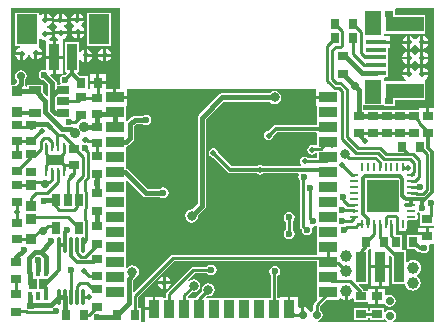
<source format=gtl>
G04 Layer_Physical_Order=1*
G04 Layer_Color=255*
%FSAX44Y44*%
%MOMM*%
G71*
G01*
G75*
%ADD10R,0.9000X0.7000*%
%ADD11R,0.9000X0.8000*%
%ADD12R,0.9200X0.8200*%
%ADD13R,0.7000X0.9000*%
%ADD14R,0.3500X0.6500*%
%ADD15R,0.7200X0.8600*%
%ADD16R,1.4500X2.0000*%
%ADD17R,1.8000X0.4500*%
%ADD18R,3.2500X1.3000*%
%ADD19R,0.7000X0.5500*%
%ADD20O,0.8000X0.2500*%
%ADD21O,0.2500X0.8000*%
%ADD22R,2.7000X2.7000*%
%ADD23R,1.5000X0.9000*%
%ADD24R,1.5000X0.9500*%
%ADD25R,0.9500X1.5000*%
%ADD26R,0.8000X0.9000*%
%ADD27O,0.3500X1.4000*%
%ADD28R,0.8500X2.2000*%
%ADD29R,1.7000X2.5000*%
%ADD30R,0.9000X2.6000*%
%ADD31R,1.1000X0.6500*%
%ADD32R,1.6000X0.8900*%
%ADD33R,0.2500X0.8000*%
%ADD34R,0.6500X1.1000*%
%ADD35C,0.2540*%
%ADD36C,0.3000*%
%ADD37C,0.4000*%
%ADD38C,0.3500*%
%ADD39O,1.3000X0.8000*%
%ADD40O,1.2000X0.8000*%
%ADD41C,0.9000*%
%ADD42C,0.5000*%
%ADD43C,0.6000*%
%ADD44C,1.0000*%
%ADD45C,0.7000*%
%ADD46C,0.8000*%
G36*
X01139212Y00813641D02*
X01139540Y00813576D01*
Y00803124D01*
X01150874D01*
Y00801624D01*
X01146790D01*
Y00794624D01*
X01144290D01*
Y00801624D01*
X01138040D01*
Y00795686D01*
X01128736D01*
Y00783686D01*
X01135410D01*
X01137027Y00782069D01*
X01138019Y00781406D01*
X01139190Y00781173D01*
X01139190Y00781173D01*
X01139458D01*
X01139502Y00781108D01*
X01140990Y00780113D01*
X01142746Y00779764D01*
X01144502Y00780113D01*
X01145990Y00781108D01*
X01146985Y00782596D01*
X01147334Y00784352D01*
X01146985Y00786108D01*
X01146820Y00786354D01*
X01147499Y00787624D01*
X01150874D01*
Y00721614D01*
X01116967D01*
X01116581Y00722884D01*
X01117649Y00723597D01*
X01118754Y00725251D01*
X01119142Y00727202D01*
X01118754Y00729153D01*
X01117649Y00730807D01*
X01115995Y00731912D01*
X01114044Y00732300D01*
X01112093Y00731912D01*
X01110439Y00730807D01*
X01109884Y00729976D01*
X01108614Y00730361D01*
Y00733338D01*
X01096614D01*
Y00731162D01*
X01095152D01*
Y00733338D01*
X01083152D01*
Y00723338D01*
X01095152D01*
Y00725514D01*
X01096614D01*
Y00723338D01*
X01108614D01*
Y00724043D01*
X01109884Y00724428D01*
X01110439Y00723597D01*
X01111507Y00722884D01*
X01111121Y00721614D01*
X01053306D01*
X01053181Y00722884D01*
X01053765Y00723000D01*
X01055419Y00724105D01*
X01056524Y00725759D01*
X01056912Y00727710D01*
X01056524Y00729661D01*
X01055419Y00731315D01*
X01054638Y00731836D01*
Y00734874D01*
X01060304Y00740540D01*
X01070546D01*
Y00741521D01*
X01071816Y00742147D01*
X01072925Y00741296D01*
X01074872Y00740490D01*
X01075710Y00740379D01*
Y00748284D01*
X01078210D01*
Y00740379D01*
X01079048Y00740490D01*
X01080994Y00741296D01*
X01081882Y00741977D01*
X01083152Y00741351D01*
Y00738338D01*
X01095114D01*
Y00736838D01*
X01101364D01*
Y00743338D01*
Y00749838D01*
X01095114D01*
Y00748338D01*
X01091643D01*
X01091149Y00749078D01*
X01087296Y00752931D01*
X01087782Y00754104D01*
X01095660D01*
Y00783104D01*
X01096689Y00783686D01*
X01098162D01*
Y00769854D01*
X01113162D01*
Y00777630D01*
X01114335Y00778116D01*
X01115664Y00776787D01*
Y00754104D01*
X01126895D01*
X01127015Y00753191D01*
X01127670Y00751610D01*
X01128712Y00750252D01*
X01130070Y00749210D01*
X01131651Y00748555D01*
X01133348Y00748332D01*
X01135045Y00748555D01*
X01136626Y00749210D01*
X01137984Y00750252D01*
X01139026Y00751610D01*
X01139681Y00753191D01*
X01139904Y00754888D01*
X01139681Y00756585D01*
X01139026Y00758166D01*
X01137984Y00759524D01*
X01136740Y00760478D01*
X01136681Y00761001D01*
X01136789Y00761873D01*
X01136880Y00761910D01*
X01138238Y00762952D01*
X01139280Y00764310D01*
X01139935Y00765891D01*
X01140158Y00767588D01*
X01139935Y00769285D01*
X01139280Y00770866D01*
X01138238Y00772224D01*
X01136880Y00773266D01*
X01135299Y00773921D01*
X01133602Y00774144D01*
X01131905Y00773921D01*
X01130324Y00773266D01*
X01128966Y00772224D01*
X01128934Y00772182D01*
X01127664Y00772613D01*
Y00783104D01*
X01124765D01*
X01123736Y00783686D01*
Y00795686D01*
X01119090D01*
X01118912Y00796235D01*
X01118944Y00796268D01*
Y00804298D01*
X01121444D01*
Y00797463D01*
X01121852Y00797545D01*
X01123258Y00798484D01*
X01123743Y00799210D01*
X01124121Y00798958D01*
X01125194Y00798744D01*
X01126267Y00798958D01*
X01127177Y00799565D01*
X01127784Y00800475D01*
X01127998Y00801548D01*
Y00807048D01*
X01127969Y00807193D01*
X01129049Y00808273D01*
X01129194Y00808244D01*
X01134694D01*
X01135767Y00808458D01*
X01136677Y00809065D01*
X01137284Y00809975D01*
X01137498Y00811048D01*
X01137284Y00812121D01*
X01136904Y00812690D01*
X01136762Y00813548D01*
X01136817Y00813880D01*
X01138001Y00814451D01*
X01139212Y00813641D01*
D02*
G37*
G36*
X01150874Y00906018D02*
Y00903000D01*
X01147298D01*
Y00896000D01*
X01144798D01*
Y00903000D01*
X01138548D01*
Y00901500D01*
X01128364D01*
Y00901500D01*
X01091197D01*
Y00905202D01*
X01108496D01*
Y00904452D01*
X01118496D01*
Y00909702D01*
X01143996D01*
Y00925702D01*
X01143839D01*
X01143454Y00926972D01*
X01144933Y00927961D01*
X01146149Y00929780D01*
X01146327Y00930676D01*
X01140968D01*
Y00931926D01*
X01139718D01*
Y00937285D01*
X01138822Y00937107D01*
X01137003Y00935891D01*
X01136086Y00934519D01*
X01136070Y00934513D01*
X01134689D01*
X01134674Y00934519D01*
X01133757Y00935891D01*
X01131938Y00937107D01*
X01131042Y00937285D01*
Y00931926D01*
X01129792D01*
Y00930676D01*
X01124433D01*
X01124611Y00929780D01*
X01125827Y00927961D01*
X01127306Y00926972D01*
X01126921Y00925702D01*
X01108496D01*
Y00928202D01*
X01109455Y00928952D01*
X01112246D01*
Y00935452D01*
Y00941952D01*
Y00953452D01*
X01113746D01*
Y00957452D01*
X01101746D01*
Y00959952D01*
X01113746D01*
Y00963952D01*
X01108496D01*
Y00965702D01*
X01143996D01*
Y00981702D01*
X01118496D01*
Y00986952D01*
X01119412Y00987806D01*
X01150874D01*
Y00906018D01*
D02*
G37*
G36*
X00885444Y00919390D02*
X00882296D01*
Y00913140D01*
X00891546D01*
Y00918718D01*
X01051046D01*
Y00913140D01*
X01061546D01*
Y00910640D01*
X01051046D01*
Y00904390D01*
X01052546D01*
Y00893760D01*
X01052546Y00892840D01*
X01052546Y00891920D01*
Y00888503D01*
X01017016D01*
X01017016Y00888503D01*
X01015845Y00888270D01*
X01014853Y00887607D01*
X01014853Y00887607D01*
X01010865Y00883619D01*
X01009613Y00883370D01*
X01008290Y00882486D01*
X01007406Y00881163D01*
X01007096Y00879602D01*
X01007406Y00878041D01*
X01008290Y00876718D01*
X01009613Y00875834D01*
X01011174Y00875524D01*
X01012735Y00875834D01*
X01014058Y00876718D01*
X01014942Y00878041D01*
X01015191Y00879293D01*
X01018283Y00882385D01*
X01051648D01*
X01052546Y00881487D01*
X01052546Y00880490D01*
X01052546Y00879220D01*
Y00871434D01*
X01049204D01*
X01048740Y00871342D01*
X01048004Y00871488D01*
X01046443Y00871178D01*
X01045120Y00870294D01*
X01044236Y00868971D01*
X01043926Y00867410D01*
X01044236Y00865849D01*
X01045120Y00864526D01*
X01046443Y00863642D01*
X01048004Y00863332D01*
X01049565Y00863642D01*
X01050888Y00864526D01*
X01051276Y00865107D01*
X01052546Y00864722D01*
Y00860836D01*
X01044578D01*
X01044538Y00860896D01*
X01043215Y00861780D01*
X01041654Y00862090D01*
X01040093Y00861780D01*
X01038770Y00860896D01*
X01037886Y00859573D01*
X01037576Y00858012D01*
X01037886Y00856451D01*
X01038770Y00855128D01*
X01039000Y00854975D01*
X01038615Y00853705D01*
X01006684D01*
X01005623Y00854414D01*
X01004062Y00854724D01*
X01002501Y00854414D01*
X01001440Y00853705D01*
X00979929D01*
X00968455Y00865179D01*
X00968206Y00866431D01*
X00967322Y00867754D01*
X00965999Y00868638D01*
X00964438Y00868948D01*
X00962877Y00868638D01*
X00961554Y00867754D01*
X00960670Y00866431D01*
X00960360Y00864870D01*
X00960670Y00863309D01*
X00961554Y00861986D01*
X00962877Y00861102D01*
X00964129Y00860853D01*
X00976499Y00848483D01*
X00976499Y00848483D01*
X00977492Y00847820D01*
X00978662Y00847587D01*
X00978662Y00847587D01*
X01001440D01*
X01002501Y00846878D01*
X01004062Y00846568D01*
X01005623Y00846878D01*
X01006684Y00847587D01*
X01036152D01*
X01036830Y00846317D01*
X01036653Y00846052D01*
X01036304Y00844296D01*
X01036653Y00842540D01*
X01037648Y00841052D01*
X01037886Y00840893D01*
Y00802568D01*
X01037886Y00802568D01*
X01038101Y00801487D01*
X01038713Y00800571D01*
X01039196Y00800088D01*
X01039098Y00799592D01*
X01039447Y00797836D01*
X01040442Y00796348D01*
X01041930Y00795353D01*
X01043686Y00795004D01*
X01045442Y00795353D01*
X01046930Y00796348D01*
X01047925Y00797836D01*
X01048274Y00799592D01*
X01047957Y00801185D01*
X01048206Y00801716D01*
X01048739Y00802415D01*
X01050268Y00802719D01*
X01051276Y00803393D01*
X01052546Y00802784D01*
Y00792410D01*
X01052546Y00791340D01*
X01052546Y00790070D01*
Y00778794D01*
X00929970D01*
X00928889Y00778579D01*
X00927973Y00777967D01*
X00897552Y00747546D01*
X00896379Y00748032D01*
Y00756832D01*
X00898381Y00758835D01*
X00899012Y00759779D01*
X00899823Y00760321D01*
X00901039Y00762140D01*
X00901466Y00764286D01*
X00901039Y00766432D01*
X00899823Y00768251D01*
X00898004Y00769467D01*
X00895858Y00769894D01*
X00893712Y00769467D01*
X00891893Y00768251D01*
X00891316Y00767388D01*
X00890046Y00767773D01*
Y00778440D01*
X00890046D01*
Y00778640D01*
X00890046D01*
Y00790070D01*
X00890046Y00791140D01*
X00890046Y00792410D01*
Y00802770D01*
X00890046Y00803840D01*
X00890046Y00805110D01*
Y00815470D01*
X00890046Y00816540D01*
X00890046Y00817810D01*
Y00828170D01*
X00890046Y00829240D01*
X00890046Y00830510D01*
X00890046Y00841233D01*
X00891316Y00841759D01*
X00904511Y00828565D01*
X00905668Y00827791D01*
X00907034Y00827519D01*
X00919261D01*
X00920264Y00826849D01*
X00922020Y00826500D01*
X00923776Y00826849D01*
X00925264Y00827844D01*
X00926259Y00829332D01*
X00926608Y00831088D01*
X00926259Y00832844D01*
X00925264Y00834332D01*
X00923776Y00835327D01*
X00922020Y00835676D01*
X00920264Y00835327D01*
X00919261Y00834657D01*
X00908512D01*
X00892255Y00850913D01*
X00891098Y00851687D01*
X00890046Y00851896D01*
X00890046Y00854640D01*
X00890046Y00855910D01*
Y00867340D01*
X00890046D01*
Y00867540D01*
X00890046D01*
Y00870221D01*
X00890300D01*
X00891666Y00870493D01*
X00892823Y00871267D01*
X00896349Y00874793D01*
X00897123Y00875950D01*
X00897395Y00877316D01*
Y00887522D01*
X00899114Y00889241D01*
X00904529D01*
X00905532Y00888571D01*
X00907288Y00888222D01*
X00909044Y00888571D01*
X00910532Y00889566D01*
X00911527Y00891054D01*
X00911876Y00892810D01*
X00911527Y00894566D01*
X00910532Y00896054D01*
X00909044Y00897049D01*
X00907288Y00897398D01*
X00905532Y00897049D01*
X00904529Y00896379D01*
X00897636D01*
X00896270Y00896107D01*
X00895113Y00895333D01*
X00891316Y00891537D01*
X00891259Y00891538D01*
X00890961Y00891634D01*
X00890046Y00892490D01*
Y00893190D01*
X00890046D01*
Y00904390D01*
X00891546D01*
Y00910640D01*
X00881046D01*
Y00911890D01*
X00879796D01*
Y00919390D01*
X00873536D01*
Y00923056D01*
X00866536D01*
X00859536D01*
Y00918748D01*
X00858036D01*
Y00930306D01*
X00850862D01*
X00848907Y00932261D01*
X00849433Y00933531D01*
X00850415D01*
Y00943943D01*
X00851685Y00944328D01*
X00852269Y00943455D01*
X00854088Y00942239D01*
X00854984Y00942061D01*
Y00947420D01*
Y00952779D01*
X00854088Y00952601D01*
X00852269Y00951385D01*
X00851685Y00950512D01*
X00850415Y00950897D01*
Y00958531D01*
X00838915D01*
Y00933531D01*
X00839916D01*
X00840402Y00932358D01*
X00839181Y00931137D01*
X00838962Y00931180D01*
X00837206Y00930831D01*
X00835718Y00929836D01*
X00834723Y00928348D01*
X00834374Y00926592D01*
X00834723Y00924836D01*
X00835230Y00924078D01*
X00834551Y00922808D01*
X00831609D01*
Y00924052D01*
X00831337Y00925418D01*
X00830563Y00926575D01*
X00826378Y00930761D01*
X00826904Y00932031D01*
X00828415D01*
Y00944781D01*
X00822415D01*
Y00936254D01*
X00821433Y00935448D01*
X00821182Y00935498D01*
X00819426Y00935149D01*
X00817938Y00934154D01*
X00816943Y00932666D01*
X00816594Y00930910D01*
X00816943Y00929154D01*
X00817938Y00927666D01*
X00819426Y00926671D01*
X00820610Y00926436D01*
X00824471Y00922574D01*
Y00913675D01*
X00823201Y00913149D01*
X00820246Y00916105D01*
Y00922808D01*
X00806246D01*
Y00921027D01*
X00805379Y00920878D01*
X00804684Y00922012D01*
X00804939Y00923290D01*
Y00926265D01*
X00804975Y00926289D01*
X00806080Y00927943D01*
X00806468Y00929894D01*
X00806080Y00931845D01*
X00804975Y00933499D01*
X00803321Y00934604D01*
X00801370Y00934992D01*
X00799419Y00934604D01*
X00797765Y00933499D01*
X00796660Y00931845D01*
X00796272Y00929894D01*
X00796660Y00927943D01*
X00797765Y00926289D01*
X00797801Y00926265D01*
Y00924768D01*
X00795799Y00922765D01*
X00795691Y00922604D01*
X00792734D01*
Y00987806D01*
X00885444D01*
Y00919390D01*
D02*
G37*
G36*
X01052546Y00765940D02*
X01052546Y00765940D01*
Y00765740D01*
X01052546D01*
X01052546Y00764670D01*
Y00754310D01*
X01052546Y00753240D01*
X01052546D01*
Y00753040D01*
X01052546D01*
Y00740770D01*
X01049817Y00738041D01*
X01049205Y00737125D01*
X01048990Y00736044D01*
X01048990Y00736044D01*
Y00731836D01*
X01048209Y00731315D01*
X01047492Y00730241D01*
X01046059Y00730382D01*
X01045808Y00730988D01*
X01044766Y00732346D01*
X01043408Y00733388D01*
X01041827Y00734043D01*
X01041380Y00734101D01*
Y00727710D01*
X01038880D01*
Y00734101D01*
X01038433Y00734043D01*
X01037466Y00733642D01*
X01036196Y00734391D01*
Y00743290D01*
X01029696D01*
Y00732790D01*
X01027196D01*
Y00743290D01*
X01020696D01*
Y00741790D01*
X01018570D01*
Y00760506D01*
X01019752Y00761296D01*
X01020747Y00762784D01*
X01021096Y00764540D01*
X01020747Y00766296D01*
X01019752Y00767784D01*
X01018264Y00768779D01*
X01016508Y00769128D01*
X01014752Y00768779D01*
X01013264Y00767784D01*
X01012269Y00766296D01*
X01011920Y00764540D01*
X01012269Y00762784D01*
X01012922Y00761807D01*
Y00742688D01*
X01012024Y00741790D01*
X01009496Y00741790D01*
X01008226Y00741790D01*
X00997866D01*
X00996796Y00741790D01*
X00995526Y00741790D01*
X00985166D01*
X00984096Y00741790D01*
X00982826Y00741790D01*
X00972466D01*
X00971396Y00741790D01*
X00970126Y00741790D01*
X00958831Y00741790D01*
X00958326Y00742990D01*
X00958953Y00743670D01*
X00960120Y00743438D01*
X00962266Y00743865D01*
X00964085Y00745081D01*
X00965301Y00746900D01*
X00965728Y00749046D01*
X00965301Y00751192D01*
X00964085Y00753011D01*
X00962266Y00754227D01*
X00960120Y00754654D01*
X00957974Y00754227D01*
X00956155Y00753011D01*
X00954939Y00751192D01*
X00954512Y00749046D01*
X00954780Y00747700D01*
X00950433Y00743353D01*
X00949821Y00742437D01*
X00949692Y00741790D01*
X00945996Y00741790D01*
X00944726Y00741790D01*
X00942554D01*
Y00743310D01*
X00946404Y00747160D01*
X00947750Y00746892D01*
X00949896Y00747319D01*
X00951715Y00748535D01*
X00952931Y00750354D01*
X00953358Y00752500D01*
X00952931Y00754646D01*
X00951715Y00756465D01*
X00949896Y00757681D01*
X00947750Y00758108D01*
X00945604Y00757681D01*
X00944028Y00756628D01*
X00943219Y00757614D01*
X00948590Y00762986D01*
X00959135D01*
X00959416Y00762566D01*
X00960904Y00761571D01*
X00962660Y00761222D01*
X00964416Y00761571D01*
X00965904Y00762566D01*
X00966899Y00764054D01*
X00967248Y00765810D01*
X00966899Y00767566D01*
X00965904Y00769054D01*
X00964416Y00770049D01*
X00962660Y00770398D01*
X00960904Y00770049D01*
X00959416Y00769054D01*
X00959135Y00768634D01*
X00947420D01*
X00947420Y00768634D01*
X00946339Y00768419D01*
X00945423Y00767807D01*
X00924849Y00747233D01*
X00924237Y00746317D01*
X00924022Y00745236D01*
X00924022Y00745236D01*
Y00741790D01*
X00921896D01*
Y00743290D01*
X00915396D01*
Y00732790D01*
X00914146D01*
Y00731540D01*
X00906396D01*
Y00722884D01*
X00906396Y00722290D01*
X00905406Y00721614D01*
X00904000D01*
X00902770Y00721710D01*
Y00733710D01*
X00900594D01*
Y00742600D01*
X00931140Y00773146D01*
X01052546D01*
Y00765940D01*
D02*
G37*
%LPC*%
G36*
X01113162Y00767354D02*
X01106912D01*
Y00752604D01*
X01113162D01*
Y00767354D01*
D02*
G37*
G36*
X01104412D02*
X01098162D01*
Y00752604D01*
X01104412D01*
Y00767354D01*
D02*
G37*
G36*
X01110114Y00749838D02*
X01103864D01*
Y00743338D01*
Y00736838D01*
X01109400D01*
X01109931Y00736043D01*
X01111585Y00734938D01*
X01113536Y00734550D01*
X01115487Y00734938D01*
X01117141Y00736043D01*
X01118246Y00737697D01*
X01118634Y00739648D01*
X01118246Y00741599D01*
X01117141Y00743253D01*
X01115487Y00744358D01*
X01113536Y00744746D01*
X01111585Y00744358D01*
X01111234Y00744123D01*
X01110114Y00744722D01*
Y00749838D01*
D02*
G37*
G36*
X01142218Y00937285D02*
Y00933176D01*
X01146327D01*
X01146149Y00934072D01*
X01144933Y00935891D01*
X01143114Y00937107D01*
X01142218Y00937285D01*
D02*
G37*
G36*
X01128542D02*
X01127646Y00937107D01*
X01125827Y00935891D01*
X01124611Y00934072D01*
X01124433Y00933176D01*
X01128542D01*
Y00937285D01*
D02*
G37*
G36*
Y00944011D02*
X01124433D01*
X01124611Y00943115D01*
X01125827Y00941296D01*
X01127646Y00940080D01*
X01128542Y00939902D01*
Y00944011D01*
D02*
G37*
G36*
X01146327D02*
X01142218D01*
Y00939902D01*
X01143114Y00940080D01*
X01144933Y00941296D01*
X01146149Y00943115D01*
X01146327Y00944011D01*
D02*
G37*
G36*
X01128542Y00963955D02*
X01127646Y00963777D01*
X01125827Y00962561D01*
X01124611Y00960742D01*
X01124433Y00959846D01*
X01128542D01*
Y00963955D01*
D02*
G37*
G36*
X01142218D02*
Y00959846D01*
X01146327D01*
X01146149Y00960742D01*
X01144933Y00962561D01*
X01143114Y00963777D01*
X01142218Y00963955D01*
D02*
G37*
G36*
X01139718D02*
X01138822Y00963777D01*
X01137003Y00962561D01*
X01136086Y00961189D01*
X01136070Y00961183D01*
X01134689D01*
X01134674Y00961189D01*
X01133757Y00962561D01*
X01131938Y00963777D01*
X01131042Y00963955D01*
Y00958596D01*
Y00953237D01*
X01131938Y00953415D01*
X01133757Y00954631D01*
X01134674Y00956003D01*
X01134689Y00956009D01*
X01136070D01*
X01136086Y00956003D01*
X01137003Y00954631D01*
X01138822Y00953415D01*
X01139718Y00953237D01*
Y00958596D01*
Y00963955D01*
D02*
G37*
G36*
Y00950620D02*
X01138822Y00950442D01*
X01137003Y00949226D01*
X01136086Y00947854D01*
X01136070Y00947848D01*
X01134689D01*
X01134674Y00947854D01*
X01133757Y00949226D01*
X01131938Y00950442D01*
X01131042Y00950620D01*
Y00945261D01*
Y00939902D01*
X01131938Y00940080D01*
X01133757Y00941296D01*
X01134674Y00942668D01*
X01134689Y00942674D01*
X01136070D01*
X01136086Y00942668D01*
X01137003Y00941296D01*
X01138822Y00940080D01*
X01139718Y00939902D01*
Y00945261D01*
Y00950620D01*
D02*
G37*
G36*
X01128542D02*
X01127646Y00950442D01*
X01125827Y00949226D01*
X01124611Y00947407D01*
X01124433Y00946511D01*
X01128542D01*
Y00950620D01*
D02*
G37*
G36*
X01142218D02*
Y00946511D01*
X01146327D01*
X01146149Y00947407D01*
X01144933Y00949226D01*
X01143114Y00950442D01*
X01142218Y00950620D01*
D02*
G37*
G36*
X01128542Y00957346D02*
X01124433D01*
X01124611Y00956450D01*
X01125827Y00954631D01*
X01127646Y00953415D01*
X01128542Y00953237D01*
Y00957346D01*
D02*
G37*
G36*
X01146327D02*
X01142218D01*
Y00953237D01*
X01143114Y00953415D01*
X01144933Y00954631D01*
X01146149Y00956450D01*
X01146327Y00957346D01*
D02*
G37*
G36*
X00873536Y00931806D02*
X00867786D01*
Y00925556D01*
X00873536D01*
Y00931806D01*
D02*
G37*
G36*
X00836915Y00944781D02*
X00830915D01*
Y00932031D01*
X00836915D01*
Y00944781D01*
D02*
G37*
G36*
X00870986Y00946424D02*
X00866877D01*
X00867055Y00945528D01*
X00868271Y00943709D01*
X00870090Y00942493D01*
X00870986Y00942315D01*
Y00946424D01*
D02*
G37*
G36*
X00877595D02*
X00873486D01*
Y00942315D01*
X00874382Y00942493D01*
X00876201Y00943709D01*
X00877417Y00945528D01*
X00877595Y00946424D01*
D02*
G37*
G36*
X00861593Y00946170D02*
X00857484D01*
Y00942061D01*
X00858380Y00942239D01*
X00860199Y00943455D01*
X00861415Y00945274D01*
X00861593Y00946170D01*
D02*
G37*
G36*
X00865286Y00931806D02*
X00859536D01*
Y00925556D01*
X00865286D01*
Y00931806D01*
D02*
G37*
G36*
X01016254Y00917468D02*
X01014108Y00917041D01*
X01012289Y00915825D01*
X01012024Y00915429D01*
X00971804D01*
X00970438Y00915157D01*
X00969281Y00914383D01*
X00952263Y00897365D01*
X00951489Y00896208D01*
X00951217Y00894842D01*
Y00821764D01*
X00946498Y00817045D01*
X00946030Y00817138D01*
X00943884Y00816711D01*
X00942065Y00815495D01*
X00940849Y00813676D01*
X00940422Y00811530D01*
X00940849Y00809384D01*
X00942065Y00807565D01*
X00943884Y00806349D01*
X00946030Y00805922D01*
X00948176Y00806349D01*
X00949995Y00807565D01*
X00951211Y00809384D01*
X00951638Y00811530D01*
X00951545Y00811998D01*
X00957309Y00817763D01*
X00958083Y00818920D01*
X00958355Y00820286D01*
Y00893364D01*
X00973282Y00908291D01*
X01012024D01*
X01012289Y00907895D01*
X01014108Y00906679D01*
X01016254Y00906252D01*
X01018400Y00906679D01*
X01020219Y00907895D01*
X01021435Y00909714D01*
X01021862Y00911860D01*
X01021435Y00914006D01*
X01020219Y00915825D01*
X01018400Y00917041D01*
X01016254Y00917468D01*
D02*
G37*
G36*
X01028700Y00814848D02*
X01026944Y00814499D01*
X01025456Y00813504D01*
X01024461Y00812016D01*
X01024112Y00810260D01*
X01024461Y00808504D01*
X01025456Y00807016D01*
X01025876Y00806735D01*
Y00800069D01*
X01025456Y00799788D01*
X01024461Y00798300D01*
X01024112Y00796544D01*
X01024461Y00794788D01*
X01025456Y00793300D01*
X01026944Y00792305D01*
X01028700Y00791956D01*
X01030456Y00792305D01*
X01031944Y00793300D01*
X01032939Y00794788D01*
X01033288Y00796544D01*
X01032939Y00798300D01*
X01031944Y00799788D01*
X01031524Y00800069D01*
Y00806735D01*
X01031944Y00807016D01*
X01032939Y00808504D01*
X01033288Y00810260D01*
X01032939Y00812016D01*
X01031944Y00813504D01*
X01030456Y00814499D01*
X01028700Y00814848D01*
D02*
G37*
G36*
X00800882Y00947694D02*
X00796773D01*
X00796951Y00946798D01*
X00798167Y00944979D01*
X00799986Y00943763D01*
X00800882Y00943585D01*
Y00947694D01*
D02*
G37*
G36*
X00848634Y00965982D02*
X00844525D01*
X00844703Y00965086D01*
X00845919Y00963267D01*
X00847738Y00962051D01*
X00848634Y00961873D01*
Y00965982D01*
D02*
G37*
G36*
X00855243D02*
X00851134D01*
Y00961873D01*
X00852030Y00962051D01*
X00853849Y00963267D01*
X00855065Y00965086D01*
X00855243Y00965982D01*
D02*
G37*
G36*
X00840257Y00976142D02*
X00829539D01*
X00829717Y00975246D01*
X00830933Y00973427D01*
X00832282Y00972525D01*
X00832403Y00971158D01*
X00832369Y00971056D01*
X00831441Y00970435D01*
X00830225Y00968616D01*
X00830047Y00967720D01*
X00840765D01*
X00840587Y00968616D01*
X00839371Y00970435D01*
X00838022Y00971337D01*
X00837901Y00972704D01*
X00837935Y00972806D01*
X00838863Y00973427D01*
X00840079Y00975246D01*
X00840257Y00976142D01*
D02*
G37*
G36*
X00823448Y00983005D02*
Y00978896D01*
X00827557D01*
X00827379Y00979792D01*
X00826163Y00981611D01*
X00824344Y00982827D01*
X00823448Y00983005D01*
D02*
G37*
G36*
X00847872D02*
X00846976Y00982827D01*
X00845157Y00981611D01*
X00843941Y00979792D01*
X00843763Y00978896D01*
X00847872D01*
Y00983005D01*
D02*
G37*
G36*
X00850372D02*
Y00978896D01*
X00854481D01*
X00854303Y00979792D01*
X00853087Y00981611D01*
X00851268Y00982827D01*
X00850372Y00983005D01*
D02*
G37*
G36*
X00854481Y00976396D02*
X00843763D01*
X00843941Y00975500D01*
X00845157Y00973681D01*
X00846253Y00972948D01*
Y00971421D01*
X00845919Y00971197D01*
X00844703Y00969378D01*
X00844525Y00968482D01*
X00855243D01*
X00855065Y00969378D01*
X00853849Y00971197D01*
X00852753Y00971930D01*
Y00973457D01*
X00853087Y00973681D01*
X00854303Y00975500D01*
X00854481Y00976396D01*
D02*
G37*
G36*
X00833648Y00982751D02*
X00832752Y00982573D01*
X00830933Y00981357D01*
X00829717Y00979538D01*
X00829539Y00978642D01*
X00833648D01*
Y00982751D01*
D02*
G37*
G36*
X00836148D02*
Y00978642D01*
X00840257D01*
X00840079Y00979538D01*
X00838863Y00981357D01*
X00837044Y00982573D01*
X00836148Y00982751D01*
D02*
G37*
G36*
X00816775Y00983637D02*
X00796775D01*
Y00955637D01*
X00801078D01*
X00801203Y00954367D01*
X00799986Y00954125D01*
X00798167Y00952909D01*
X00796951Y00951090D01*
X00796773Y00950194D01*
X00802132D01*
Y00948944D01*
X00803382D01*
Y00943585D01*
X00804278Y00943763D01*
X00806097Y00944979D01*
X00807313Y00946798D01*
X00807504Y00947759D01*
X00808799D01*
X00808889Y00947306D01*
X00810105Y00945487D01*
X00811924Y00944271D01*
X00812820Y00944093D01*
Y00949452D01*
X00814070D01*
Y00950702D01*
X00819429D01*
X00819251Y00951598D01*
X00818035Y00953417D01*
X00816614Y00954367D01*
X00816775Y00955637D01*
X00816775Y00955718D01*
Y00961638D01*
X00818045Y00962024D01*
X00818233Y00961743D01*
X00820052Y00960527D01*
X00821252Y00960288D01*
X00822202Y00960078D01*
X00822415Y00958861D01*
Y00947281D01*
X00828415D01*
Y00960031D01*
X00825887D01*
X00825502Y00961301D01*
X00826163Y00961743D01*
X00827379Y00963562D01*
X00827557Y00964458D01*
X00822198D01*
Y00966958D01*
X00827557D01*
X00827379Y00967854D01*
X00826163Y00969673D01*
X00824344Y00970889D01*
X00823637Y00971030D01*
Y00972324D01*
X00824344Y00972465D01*
X00826163Y00973681D01*
X00827379Y00975500D01*
X00827557Y00976396D01*
X00822198D01*
Y00977646D01*
X00820948D01*
Y00983005D01*
X00820052Y00982827D01*
X00818233Y00981611D01*
X00818045Y00981330D01*
X00816775Y00981715D01*
Y00983637D01*
D02*
G37*
G36*
X00840765Y00965220D02*
X00830047D01*
X00830225Y00964324D01*
X00831441Y00962505D01*
X00833260Y00961289D01*
X00833075Y00960031D01*
X00830915D01*
Y00947281D01*
X00836915D01*
Y00959867D01*
X00836915Y00960031D01*
X00837141Y00961207D01*
X00837552Y00961289D01*
X00839371Y00962505D01*
X00840587Y00964324D01*
X00840765Y00965220D01*
D02*
G37*
G36*
X00819429Y00948202D02*
X00815320D01*
Y00944093D01*
X00816216Y00944271D01*
X00818035Y00945487D01*
X00819251Y00947306D01*
X00819429Y00948202D01*
D02*
G37*
G36*
X00877593Y00983637D02*
X00857593D01*
Y00955637D01*
X00877593D01*
Y00983637D01*
D02*
G37*
G36*
X00857484Y00952779D02*
Y00948670D01*
X00861593D01*
X00861415Y00949566D01*
X00860199Y00951385D01*
X00858380Y00952601D01*
X00857484Y00952779D01*
D02*
G37*
G36*
X00870986Y00953033D02*
X00870090Y00952855D01*
X00868271Y00951639D01*
X00867055Y00949820D01*
X00866877Y00948924D01*
X00870986D01*
Y00953033D01*
D02*
G37*
G36*
X00873486D02*
Y00948924D01*
X00877595D01*
X00877417Y00949820D01*
X00876201Y00951639D01*
X00874382Y00952855D01*
X00873486Y00953033D01*
D02*
G37*
G36*
X00921532Y00760247D02*
X00920636Y00760069D01*
X00918817Y00758853D01*
X00917601Y00757034D01*
X00917423Y00756138D01*
X00921532D01*
Y00760247D01*
D02*
G37*
G36*
Y00753638D02*
X00917423D01*
X00917601Y00752742D01*
X00918817Y00750923D01*
X00920636Y00749707D01*
X00921532Y00749529D01*
Y00753638D01*
D02*
G37*
G36*
X00928141D02*
X00924032D01*
Y00749529D01*
X00924928Y00749707D01*
X00926747Y00750923D01*
X00927963Y00752742D01*
X00928141Y00753638D01*
D02*
G37*
G36*
X00912896Y00743290D02*
X00906396D01*
Y00734040D01*
X00912896D01*
Y00743290D01*
D02*
G37*
G36*
X00924032Y00760247D02*
Y00756138D01*
X00928141D01*
X00927963Y00757034D01*
X00926747Y00758853D01*
X00924928Y00760069D01*
X00924032Y00760247D01*
D02*
G37*
%LPD*%
D10*
X01102614Y00743338D02*
D03*
Y00728338D02*
D03*
X01089152Y00728338D02*
D03*
Y00743338D02*
D03*
X00810006Y00863988D02*
D03*
Y00848988D02*
D03*
X00797560Y00745116D02*
D03*
Y00730116D02*
D03*
X00797560Y00757802D02*
D03*
Y00772802D02*
D03*
X00866140Y00775342D02*
D03*
Y00760342D02*
D03*
X00852170Y00912248D02*
D03*
Y00897248D02*
D03*
X00865886Y00788028D02*
D03*
Y00803028D02*
D03*
X00866140Y00734688D02*
D03*
Y00749688D02*
D03*
X00865886Y00862210D02*
D03*
Y00847210D02*
D03*
X00865886Y00815968D02*
D03*
Y00830968D02*
D03*
X01073912Y00931792D02*
D03*
Y00946792D02*
D03*
D11*
X00810006Y00874634D02*
D03*
Y00888634D02*
D03*
X00798068Y00874634D02*
D03*
Y00888634D02*
D03*
X00798068Y00863488D02*
D03*
Y00849488D02*
D03*
X00798068Y00805718D02*
D03*
Y00791718D02*
D03*
X00798068Y00823580D02*
D03*
Y00837580D02*
D03*
X01146048Y00882000D02*
D03*
Y00896000D02*
D03*
X01134364Y00882000D02*
D03*
Y00896000D02*
D03*
X01122680Y00896000D02*
D03*
Y00882000D02*
D03*
X00865886Y00873110D02*
D03*
Y00887110D02*
D03*
X01145540Y00794624D02*
D03*
Y00808624D02*
D03*
X00865886Y00911748D02*
D03*
Y00897748D02*
D03*
X01110996Y00896000D02*
D03*
Y00882000D02*
D03*
X01099312Y00896000D02*
D03*
Y00882000D02*
D03*
X01087628Y00896000D02*
D03*
Y00882000D02*
D03*
X00846582Y00868568D02*
D03*
Y00854568D02*
D03*
D12*
X00810260Y00791718D02*
D03*
Y00809118D02*
D03*
Y00837756D02*
D03*
Y00820356D02*
D03*
X00798322Y00899604D02*
D03*
Y00917004D02*
D03*
D13*
X00854590Y00727456D02*
D03*
X00839590D02*
D03*
X00897770Y00727710D02*
D03*
X00882770D02*
D03*
X01124070Y00870204D02*
D03*
X01139070D02*
D03*
X01133736Y00789686D02*
D03*
X01118736D02*
D03*
X01082308Y00974090D02*
D03*
X01067308D02*
D03*
X01082428Y00961898D02*
D03*
X01067428D02*
D03*
X01108590Y00789686D02*
D03*
X01093590D02*
D03*
D14*
X00809348Y00743672D02*
D03*
X00815848D02*
D03*
X00822348D02*
D03*
X00809348Y00764072D02*
D03*
X00815848D02*
D03*
X00822348D02*
D03*
D15*
X00811276Y00753872D02*
D03*
X00820420D02*
D03*
D16*
X01099746Y00974702D02*
D03*
Y00916702D02*
D03*
D17*
X01101746Y00932702D02*
D03*
Y00939202D02*
D03*
Y00945702D02*
D03*
Y00952202D02*
D03*
Y00958702D02*
D03*
D18*
X01126246Y00973702D02*
D03*
Y00917702D02*
D03*
D19*
X01113496Y00982702D02*
D03*
Y00908702D02*
D03*
D20*
X01131944Y00811048D02*
D03*
Y00816048D02*
D03*
Y00821048D02*
D03*
Y00826048D02*
D03*
Y00831048D02*
D03*
Y00836048D02*
D03*
Y00841048D02*
D03*
Y00846048D02*
D03*
X01083444D02*
D03*
Y00841048D02*
D03*
Y00836048D02*
D03*
Y00831048D02*
D03*
Y00826048D02*
D03*
Y00821048D02*
D03*
Y00816048D02*
D03*
Y00811048D02*
D03*
D21*
X01125194Y00852798D02*
D03*
X01120194D02*
D03*
X01115194D02*
D03*
X01110194D02*
D03*
X01105194D02*
D03*
X01100194D02*
D03*
X01095194D02*
D03*
X01090194D02*
D03*
Y00804298D02*
D03*
X01095194D02*
D03*
X01100194D02*
D03*
X01105194D02*
D03*
X01110194D02*
D03*
X01115194D02*
D03*
X01120194D02*
D03*
X01125194D02*
D03*
D22*
X01107694Y00828548D02*
D03*
D23*
X01061546Y00911890D02*
D03*
Y00899190D02*
D03*
Y00886490D02*
D03*
X00881046D02*
D03*
Y00899190D02*
D03*
Y00911890D02*
D03*
D24*
X01061546Y00873790D02*
D03*
Y00861090D02*
D03*
Y00848390D02*
D03*
Y00835690D02*
D03*
Y00822990D02*
D03*
Y00810290D02*
D03*
Y00797590D02*
D03*
Y00784890D02*
D03*
Y00772190D02*
D03*
Y00759490D02*
D03*
Y00746790D02*
D03*
X00881046D02*
D03*
Y00759490D02*
D03*
Y00772190D02*
D03*
Y00784890D02*
D03*
Y00797590D02*
D03*
Y00810290D02*
D03*
Y00822990D02*
D03*
Y00835690D02*
D03*
Y00848390D02*
D03*
Y00861090D02*
D03*
Y00873790D02*
D03*
D25*
X01028446Y00732790D02*
D03*
X01015746D02*
D03*
X01003046D02*
D03*
X00990346D02*
D03*
X00977646D02*
D03*
X00964946D02*
D03*
X00952246D02*
D03*
X00939546D02*
D03*
X00926846D02*
D03*
X00914146D02*
D03*
D26*
X00852536Y00924306D02*
D03*
X00866536D02*
D03*
D27*
X00853788Y00786794D02*
D03*
X00848788D02*
D03*
X00843788D02*
D03*
X00838788D02*
D03*
X00833788D02*
D03*
X00853788Y00742794D02*
D03*
X00848788D02*
D03*
X00843788D02*
D03*
X00838788D02*
D03*
X00833788D02*
D03*
D28*
X00829665Y00946031D02*
D03*
X00844665D02*
D03*
D29*
X00806775Y00969637D02*
D03*
X00867593D02*
D03*
D30*
X01089660Y00768604D02*
D03*
X01105662D02*
D03*
X01121664D02*
D03*
D31*
X00837246Y00899058D02*
D03*
Y00908558D02*
D03*
Y00918058D02*
D03*
X00813246D02*
D03*
Y00899058D02*
D03*
D32*
X00830072Y00859282D02*
D03*
D33*
X00822572Y00848832D02*
D03*
X00827572D02*
D03*
X00832572D02*
D03*
X00837572D02*
D03*
X00822572Y00869732D02*
D03*
X00827572D02*
D03*
X00832572D02*
D03*
X00837572D02*
D03*
D34*
X00850494Y00825054D02*
D03*
X00840994D02*
D03*
X00831494D02*
D03*
Y00801054D02*
D03*
X00850494D02*
D03*
D35*
X00865632Y00860686D02*
Y00871840D01*
X01121506Y00796956D02*
X01145540D01*
X00849750Y00908558D02*
X00853440Y00912248D01*
X00855980Y00877204D02*
X00858408Y00874776D01*
X00837826Y00864496D02*
Y00871510D01*
X00822826Y00864242D02*
Y00871510D01*
X00829109Y00861060D02*
X00831543D01*
X00837826Y00854777D01*
X00822826D02*
X00829109Y00861060D01*
X00827826Y00842368D02*
Y00850610D01*
X00812514Y00840010D02*
X00825468D01*
X00848716Y00819252D02*
Y00840459D01*
X00829716Y00821284D02*
Y00825054D01*
X00798068Y00887110D02*
X00810006D01*
X00832826Y00839938D02*
Y00850610D01*
X00846582Y00868568D02*
Y00870712D01*
X00837438Y00879856D02*
X00846582Y00870712D01*
X00833270Y00879856D02*
X00837438D01*
X00847478Y00891286D02*
X00853440Y00897248D01*
X00858408Y00874776D02*
X00864220D01*
X00865886Y00873110D01*
X00855980Y00876046D02*
Y00877204D01*
X00847456Y00891308D02*
X00847478Y00891286D01*
X00847434D02*
X00847456Y00891308D01*
X00841756Y00891286D02*
X00847434D01*
X00855726Y00868220D02*
X00857988Y00865958D01*
Y00844018D02*
Y00865958D01*
X00856514Y00791044D02*
Y00807701D01*
X00853534Y00788064D02*
X00856514Y00791044D01*
X00855726Y00808489D02*
Y00817619D01*
Y00808489D02*
X00856514Y00807701D01*
X00855726Y00832489D02*
Y00841756D01*
Y00832489D02*
X00856514Y00831701D01*
Y00818407D02*
Y00831701D01*
X00855726Y00817619D02*
X00856514Y00818407D01*
X00855726Y00841756D02*
X00857988Y00844018D01*
X00848788Y00742794D02*
Y00752522D01*
X00853944Y00742950D02*
X00858774D01*
X01080178Y00756054D02*
X01089152Y00747080D01*
Y00743338D02*
Y00747080D01*
X01064982Y00756054D02*
X01080178D01*
X01061546Y00759490D02*
X01064982Y00756054D01*
X01070102Y00771906D02*
X01076960Y00765048D01*
X01089152Y00728338D02*
X01102614D01*
X00952430Y00731960D02*
Y00741356D01*
X00939730Y00731960D02*
Y00744480D01*
X01040710Y00802568D02*
X01043686Y00799592D01*
X01075690Y00863854D02*
X01078993Y00860551D01*
X01101599D01*
X01105194Y00856956D01*
Y00852798D02*
Y00856956D01*
X01073404Y00876300D02*
X01085081Y00864623D01*
X01073404Y00876300D02*
Y00917069D01*
X01077468Y00877949D02*
X01086754Y00868663D01*
X01077468Y00877949D02*
Y00918718D01*
X01070739Y00919734D02*
X01073404Y00917069D01*
X01071880Y00924306D02*
X01077468Y00918718D01*
X01108580Y00860044D02*
X01131062D01*
X01104033Y00864591D02*
X01108580Y00860044D01*
X01110254Y00864084D02*
X01128800D01*
X01105707Y00868631D02*
X01110254Y00864084D01*
X01088604Y00864591D02*
X01104033D01*
X01090278Y00868631D02*
X01105707D01*
X01073658Y00854456D02*
X01082066Y00846048D01*
X01083444D01*
X01040710Y00802568D02*
Y00844114D01*
X01040892Y00844296D01*
X01041654Y00858012D02*
X01059482D01*
X01061730Y00860260D01*
X00812942Y00862472D02*
X00818388Y00867918D01*
X00810260Y00862472D02*
X00812942D01*
X00818388Y00867918D02*
Y00874776D01*
X00848788Y00752522D02*
X00851408Y00755142D01*
X00857250D01*
X00862704Y00749688D01*
X00866140D01*
X01078110Y00821048D02*
X01083444D01*
X01073912Y00825246D02*
X01078110Y00821048D01*
X01073912Y00825246D02*
Y00827278D01*
X01028700Y00796544D02*
Y00810260D01*
X01082628Y00816864D02*
X01083444Y00816048D01*
X01073658Y00816864D02*
X01082628D01*
X01046480Y00808990D02*
Y00834898D01*
Y00808990D02*
X01048512Y00806958D01*
X00859862Y00728576D02*
X00865974Y00734688D01*
X00866140D01*
X00859862Y00728410D02*
Y00728576D01*
X00859416Y00727964D02*
X00859862Y00728410D01*
X00806600Y00729814D02*
X00830144D01*
X00831088Y00730758D01*
X00797560Y00730116D02*
X00798202Y00730758D01*
X00805656D02*
X00806600Y00729814D01*
X00798202Y00730758D02*
X00805656D01*
X00843534Y00743048D02*
X00843788Y00742794D01*
X00843534Y00743048D02*
Y00765556D01*
X00797560Y00745116D02*
X00797560Y00745116D01*
Y00757802D01*
X00854590Y00727964D02*
X00859416D01*
X00826008Y00886968D02*
Y00887118D01*
X00817626Y00799084D02*
X00820420D01*
X00824422Y00803086D01*
X00810260Y00791718D02*
X00817626Y00799084D01*
X00824422Y00803086D02*
X00829716D01*
X00811910Y00810768D02*
X00841034D01*
X00833803Y00816530D02*
X00845994D01*
X00832180Y00818153D02*
X00833803Y00816530D01*
X00848534Y00779860D02*
Y00788064D01*
X00848788Y00780152D02*
X00851916Y00777024D01*
X00848788Y00780152D02*
Y00786794D01*
X00851916Y00777024D02*
X00855660D01*
X00865886Y00787250D02*
Y00788028D01*
X00855660Y00777024D02*
X00865886Y00787250D01*
X00823774Y00830886D02*
X00832826Y00839938D01*
X00814376Y00830886D02*
X00823774D01*
X00810260Y00826770D02*
X00814376Y00830886D01*
X00845994Y00816530D02*
X00848716Y00819252D01*
X00841034Y00810768D02*
X00848716Y00803086D01*
X00810260Y00809118D02*
X00811910Y00810768D01*
X00832180Y00818153D02*
Y00818820D01*
X00829716Y00821284D02*
X00832180Y00818820D01*
X00798068Y00791718D02*
X00810260D01*
X01028630Y00731960D02*
X01032880Y00727710D01*
X01040130D01*
X00939730Y00744480D02*
X00947750Y00752500D01*
X00952430Y00741356D02*
X00960120Y00749046D01*
X00866536Y00912398D02*
Y00924306D01*
X00865886Y00911748D02*
X00866536Y00912398D01*
X00853940Y00911748D02*
X00865886D01*
X00853440Y00912248D02*
X00853940Y00911748D01*
X01089406Y00949375D02*
X01093079Y00945702D01*
X01101746D01*
X01082428Y00948556D02*
X01091782Y00939202D01*
X01101746D01*
X01082308Y00974090D02*
X01089406Y00966992D01*
Y00949375D02*
Y00966992D01*
X01082428Y00948556D02*
Y00961898D01*
X01073698Y00956251D02*
Y00967700D01*
X01067308Y00974090D02*
X01073698Y00967700D01*
X01060958Y00955428D02*
X01067428Y00961898D01*
X01072075Y00954628D02*
X01073698Y00956251D01*
X01064998Y00951714D02*
X01067912Y00954628D01*
X01072075D01*
X01122680Y00896000D02*
X01122680Y00896000D01*
X01064998Y00927503D02*
X01068195Y00924306D01*
X01071880D01*
X01060958Y00925830D02*
Y00955428D01*
X01064998Y00927503D02*
Y00951714D01*
X01060958Y00925830D02*
X01067054Y00919734D01*
X01070739D01*
X01061546Y00873790D02*
X01064878Y00870458D01*
X01060676Y00874014D02*
X01061730Y00872960D01*
X01055272Y00868610D02*
X01060676Y00874014D01*
X01049204Y00868610D02*
X01055272D01*
X01138174Y00890524D02*
Y00892190D01*
Y00890524D02*
X01139928Y00888770D01*
X01140011D01*
X01146048Y00882733D01*
Y00882000D02*
Y00882733D01*
X01134364Y00896000D02*
X01138174Y00892190D01*
X01090245Y00868663D02*
X01090278Y00868631D01*
X01088572Y00864623D02*
X01088604Y00864591D01*
X01085081Y00864623D02*
X01088572D01*
X01086754Y00868663D02*
X01090245D01*
X01124070Y00868814D02*
Y00870204D01*
Y00868814D02*
X01128800Y00864084D01*
X01131944Y00841048D02*
X01135434D01*
X01138714Y00844328D01*
X01139070Y00870204D02*
X01145286Y00863988D01*
X01141714Y00830278D02*
X01145286Y00833850D01*
Y00863988D01*
X01131944Y00836048D02*
X01139324D01*
X01136934Y00830278D02*
X01141714D01*
X01136164Y00831048D02*
X01136934Y00830278D01*
X01131944Y00831048D02*
X01136164D01*
X01083444Y00809632D02*
Y00811048D01*
X01105194Y00793082D02*
X01108590Y00789686D01*
X01105194Y00793082D02*
Y00804298D01*
X01093590Y00789686D02*
X01100194Y00796290D01*
Y00804298D01*
X01115194Y00794752D02*
X01118736Y00791210D01*
X01115194Y00794752D02*
Y00804298D01*
X01108590Y00787855D02*
Y00789686D01*
X01121664Y00769366D02*
Y00776612D01*
X01120749Y00775697D02*
X01121664Y00776612D01*
X01108590Y00787855D02*
X01120749Y00775697D01*
X01089660Y00769366D02*
Y00781946D01*
X01093590Y00785876D01*
Y00789686D01*
X01087000Y00804298D02*
X01090194D01*
X01148588Y00811672D02*
Y00822198D01*
X01145540Y00808624D02*
X01148588Y00811672D01*
X01061730Y00771906D02*
X01070102D01*
X01061730D02*
Y00784060D01*
X01081278Y00807466D02*
X01083444Y00809632D01*
X01073658Y00807466D02*
X01081278D01*
X01084834Y00802132D02*
X01087000Y00804298D01*
X01075182Y00799846D02*
X01077468Y00802132D01*
X01084834D01*
X01051814Y00727710D02*
Y00736044D01*
X01061730Y00745960D01*
X01048004Y00867410D02*
X01049204Y00868610D01*
X01145540Y00794624D02*
Y00796956D01*
X01120194Y00798268D02*
X01121506Y00796956D01*
X01120194Y00798268D02*
Y00804298D01*
X01110194D02*
Y00809966D01*
X01111758Y00811530D01*
X01118616D01*
X01120194Y00809952D01*
Y00804298D02*
Y00809952D01*
X01122680Y00882000D02*
X01134364D01*
X01122680Y00882000D02*
X01122680Y00882000D01*
X01110996Y00882000D02*
X01122680D01*
X01099312D02*
X01110996D01*
X01087628D02*
X01099312D01*
X01128800Y00864084D02*
X01133118D01*
X01138714Y00858488D01*
Y00844328D02*
Y00858488D01*
X01134364Y00848468D02*
Y00856742D01*
X01131062Y00860044D02*
X01134364Y00856742D01*
X01131944Y00846048D02*
X01134364Y00848468D01*
X01125568Y00852424D02*
X01129030D01*
X01125194Y00852798D02*
X01125568Y00852424D01*
X01087628Y00880110D02*
X01092962Y00874776D01*
X01087628Y00880110D02*
Y00882000D01*
X00837246Y00908558D02*
X00849750D01*
X00929970Y00775970D02*
X01057666D01*
X01061730Y00771906D01*
X00897770Y00727710D02*
Y00743770D01*
X00929970Y00775970D01*
X00822826Y00850610D02*
Y00854777D01*
X00837826Y00850610D02*
Y00854777D01*
X00853948Y00845691D02*
Y00861202D01*
X00848716Y00840459D02*
X00853948Y00845691D01*
X00818388Y00874776D02*
X00820928Y00877316D01*
X00827572Y00869732D02*
Y00874482D01*
X00824738Y00877316D02*
X00827572Y00874482D01*
X00820928Y00877316D02*
X00824738D01*
X00822826Y00864242D02*
X00826008Y00861060D01*
X00829109D01*
X00832416Y00871920D02*
Y00880422D01*
X00831543Y00861060D02*
X00834390D01*
X00837826Y00864496D01*
X00798068Y00849488D02*
X00810006Y00861426D01*
Y00863988D01*
X00826008Y00887118D02*
X00833270Y00879856D01*
X00847780Y00867370D02*
X00853948Y00861202D01*
X00798068Y00837580D02*
X00810084D01*
X00810260Y00837756D01*
Y00820356D02*
Y00826770D01*
Y00837756D02*
Y00837756D01*
X00812514Y00840010D01*
X00825468D02*
X00827826Y00842368D01*
X01015746Y00732790D02*
Y00763778D01*
X01016508Y00764540D01*
X00947420Y00765810D02*
X00962660D01*
X00926846Y00732790D02*
Y00745236D01*
X00947420Y00765810D01*
X00798068Y00805718D02*
Y00815086D01*
X00798068Y00815086D02*
Y00823580D01*
Y00815086D02*
X00798068Y00815086D01*
X00840994Y00825054D02*
Y00842010D01*
X00844550Y00845566D01*
X00846582Y00847598D02*
Y00854568D01*
X00844550Y00845566D02*
X00846582Y00847598D01*
X00838035Y00854568D02*
X00846582D01*
X00837826Y00854777D02*
X00838035Y00854568D01*
X00798068Y00863488D02*
Y00874634D01*
X00798068Y00874634D02*
X00798068Y00874634D01*
X00798068Y00874634D02*
X00810006D01*
X00818784Y00883412D01*
X00819658D01*
X00859416Y00760342D02*
X00866140D01*
X00854964Y00764794D02*
X00859416Y00760342D01*
X00853788Y00742794D02*
X00853944Y00742950D01*
D36*
X00820674Y00752348D02*
X00833788Y00765462D01*
X00819150Y00753872D02*
X00820674Y00752348D01*
X01131944Y00825798D02*
X01132924D01*
X01139190Y00784232D02*
X01142746D01*
X01142626Y00784352D02*
X01142746Y00784232D01*
X00833788Y00786794D02*
X00838788D01*
Y00797894D01*
X01060500Y00885444D02*
X01061546Y00886490D01*
X01017016Y00885444D02*
X01060500D01*
X01011174Y00879602D02*
X01017016Y00885444D01*
X01004062Y00850646D02*
X01059290D01*
X00978662D02*
X01004062D01*
X00964438Y00864870D02*
X00978662Y00850646D01*
X00838962Y00926592D02*
X00844665Y00932295D01*
Y00932177D02*
X00852536Y00924306D01*
X00844665Y00932177D02*
Y00932295D01*
X00820674Y00752348D02*
X00822348Y00750674D01*
Y00743672D02*
Y00750674D01*
X00833788Y00765462D02*
Y00786794D01*
X00838788Y00797894D02*
X00840486Y00799592D01*
X00865886Y00847210D02*
X00865886Y00847210D01*
Y00830968D02*
X00865886Y00830968D01*
X00844665Y00932295D02*
Y00946031D01*
X01146048Y00869265D02*
Y00882000D01*
X01131944Y00821048D02*
Y00825798D01*
X01146048Y00869265D02*
X01149556Y00865757D01*
Y00832056D02*
Y00865757D01*
X01127118Y00821048D02*
X01131944D01*
X01140968Y00817880D02*
Y00823468D01*
X01131944Y00826048D02*
X01131984Y00826008D01*
X01143508D01*
X01140968Y00823468D02*
X01143508Y00826008D01*
X01149556Y00832056D01*
X01142746Y00784232D02*
Y00784352D01*
X01133736Y00789686D02*
X01139190Y00784232D01*
X01142626Y00784352D02*
X01142746D01*
X01059290Y00850646D02*
X01061546Y00848390D01*
X01091076Y00813054D02*
X01095194Y00808936D01*
X01091076Y00813054D02*
Y00843426D01*
X01092962Y00845312D01*
X01122173D01*
X01124458Y00843027D01*
Y00828802D02*
Y00843027D01*
Y00828802D02*
X01127212Y00826048D01*
X01131944D01*
X01095194Y00804298D02*
Y00808936D01*
X00798322Y00899604D02*
X00798868Y00899058D01*
X00813246D01*
D37*
X00810006Y00887110D02*
X00812404Y00889508D01*
X00822602Y00764072D02*
Y00777138D01*
X00808078Y00764072D02*
Y00775614D01*
Y00764072D02*
X00809312Y00762838D01*
X00853733Y00887110D02*
X00865886D01*
X00843684Y00884786D02*
X00846836Y00881634D01*
X00839064Y00884786D02*
X00843684D01*
X00838564Y00885286D02*
X00839064Y00884786D01*
X00907034Y00831088D02*
X00922020D01*
X00833788Y00742794D02*
X00838538D01*
X00881046Y00848390D02*
X00889732D01*
X00907034Y00831088D01*
X01089152Y00728338D02*
X01089152Y00728338D01*
X00954786Y00894842D02*
X00971804Y00911860D01*
X00954786Y00820286D02*
Y00894842D01*
X00971804Y00911860D02*
X01016254D01*
X00812192Y00917004D02*
X00813246Y00918058D01*
X00798322Y00917004D02*
X00812192D01*
X00798322D02*
Y00920242D01*
X00836168Y00885286D02*
X00838564D01*
X00822246Y00899208D02*
Y00909058D01*
X00813246Y00918058D02*
X00822246Y00909058D01*
Y00899208D02*
X00836168Y00885286D01*
X00865886Y00887110D02*
X00865886Y00887110D01*
Y00897748D01*
X00879604D01*
X00881046Y00899190D01*
Y00886490D02*
Y00899190D01*
X00895858Y00761358D02*
Y00764286D01*
X00892810Y00758310D02*
X00895858Y00761358D01*
X00892810Y00737750D02*
Y00758310D01*
X00818794Y00780946D02*
X00827278Y00790192D01*
X00818794Y00780946D02*
X00822602Y00777138D01*
X00827278Y00790192D02*
Y00790448D01*
X00808990Y00735584D02*
Y00743314D01*
Y00735584D02*
X00810768D01*
X00879856Y00726186D02*
X00881380Y00727710D01*
X00865632Y00726186D02*
X00879856D01*
X00838538Y00728508D02*
Y00742794D01*
Y00728508D02*
X00839590Y00727456D01*
X00808990Y00743314D02*
X00809348Y00743672D01*
X00810768Y00735584D02*
X00811276Y00736092D01*
X00827086D02*
X00833788Y00742794D01*
X00811276Y00736092D02*
X00827086D01*
X00797560Y00772802D02*
Y00776478D01*
X00815578Y00765834D02*
Y00772508D01*
X00816102Y00773032D02*
Y00774446D01*
X00815578Y00772508D02*
X00816102Y00773032D01*
X00829716Y00825054D02*
X00831494D01*
X00821752D02*
X00829716D01*
X00820928Y00824230D02*
X00821752Y00825054D01*
X00865886Y00803028D02*
Y00815968D01*
X00865886Y00839470D02*
Y00847210D01*
Y00830968D02*
Y00839470D01*
X00881380Y00727710D02*
X00882770D01*
X00797560Y00776478D02*
X00803656Y00782574D01*
X00809312Y00754566D02*
X00810006Y00753872D01*
X00809312Y00754566D02*
Y00762838D01*
X00808078Y00775614D02*
X00813410Y00780946D01*
X00818794D01*
X01073912Y00946284D02*
X01076318D01*
X01089900Y00932702D01*
X01101746D01*
X01087628Y00896000D02*
Y00918076D01*
X01073912Y00931792D02*
X01084326Y00921378D01*
X01087628Y00918076D01*
X01122680Y00896000D02*
X01134364D01*
X01110996Y00896000D02*
X01122680D01*
X01099312D02*
X01110996D01*
X01087628D02*
X01099312D01*
X00833046Y00918058D02*
X00837246D01*
X00830174Y00899058D02*
X00837246D01*
X00828040Y00901192D02*
X00830174Y00899058D01*
X00828040Y00901192D02*
Y00913052D01*
X00833046Y00918058D01*
X00882770Y00727710D02*
X00892810Y00737750D01*
X00946030Y00811530D02*
X00954786Y00820286D01*
X00823722Y00889508D02*
X00826008Y00886968D01*
X00812404Y00889508D02*
X00823722D01*
X00798322Y00920242D02*
X00801370Y00923290D01*
Y00929894D01*
X00821182Y00930910D02*
X00828040Y00924052D01*
Y00913052D02*
Y00924052D01*
X00881046Y00873790D02*
X00890300D01*
X00893826Y00877316D01*
Y00889000D01*
X00897636Y00892810D01*
X00907288D01*
D38*
X00843788Y00777610D02*
X00848894Y00772504D01*
X00863302D01*
X00866140Y00775342D01*
X00843788Y00777610D02*
Y00786794D01*
D39*
X01130046Y00973802D02*
D03*
Y00917702D02*
D03*
D40*
X01099746Y00921502D02*
D03*
Y00970002D02*
D03*
D41*
X00846836Y00881634D02*
D03*
X00855218Y00886460D02*
D03*
D42*
X00855980Y00876046D02*
D03*
X01073658Y00854456D02*
D03*
X01041654Y00858012D02*
D03*
X01011174Y00879602D02*
D03*
X01004062Y00850646D02*
D03*
X00964438Y00864870D02*
D03*
X00858774Y00742950D02*
D03*
X00854964Y00764794D02*
D03*
X00856234Y00947420D02*
D03*
X00798068Y00815086D02*
D03*
X00922782Y00754888D02*
D03*
X00834898Y00977392D02*
D03*
X00872236Y00947674D02*
D03*
X00849122Y00977646D02*
D03*
X00822198D02*
D03*
Y00965708D02*
D03*
X00835406Y00966470D02*
D03*
X00849884Y00967232D02*
D03*
X01129792Y00958596D02*
D03*
X01140968D02*
D03*
X01129792Y00945261D02*
D03*
X01140968D02*
D03*
X01129792Y00931926D02*
D03*
X01140968D02*
D03*
X01048004Y00867410D02*
D03*
X01129030Y00852424D02*
D03*
X01092962Y00874776D02*
D03*
X00802132Y00948944D02*
D03*
X00819658Y00883412D02*
D03*
X00844550Y00845566D02*
D03*
X00814070Y00949452D02*
D03*
D43*
X00855726Y00868934D02*
D03*
X00922020Y00831088D02*
D03*
X01040892Y00844296D02*
D03*
X00841756Y00891286D02*
D03*
X00838962Y00926592D02*
D03*
X01028700Y00796544D02*
D03*
X01073658Y00816864D02*
D03*
X01048512Y00806958D02*
D03*
X00831088Y00730758D02*
D03*
X00808990Y00735584D02*
D03*
X00865632Y00726186D02*
D03*
X00843534Y00765556D02*
D03*
X00827278Y00790448D02*
D03*
X00820928Y00824230D02*
D03*
X00840486Y00799592D02*
D03*
X00865886Y00839470D02*
D03*
X00803656Y00782574D02*
D03*
X00816102Y00774446D02*
D03*
X01139324Y00836048D02*
D03*
X01073912Y00827278D02*
D03*
X01028700Y00810260D02*
D03*
X01148588Y00822198D02*
D03*
X01140968Y00817880D02*
D03*
X01142746Y00784352D02*
D03*
X01073658Y00807466D02*
D03*
X01075182Y00799846D02*
D03*
X01043686Y00799592D02*
D03*
X01046480Y00834898D02*
D03*
X01016508Y00764540D02*
D03*
X00962660Y00765810D02*
D03*
X00821182Y00930910D02*
D03*
X00907288Y00892810D02*
D03*
D44*
X01076960Y00765048D02*
D03*
Y00778002D02*
D03*
Y00748284D02*
D03*
X01133602Y00767588D02*
D03*
X01133348Y00754888D02*
D03*
D45*
X01114044Y00727202D02*
D03*
X01113536Y00739648D02*
D03*
X00820420Y00799084D02*
D03*
X00821436Y00838962D02*
D03*
X01040130Y00727710D02*
D03*
X01084326Y00921378D02*
D03*
X01051814Y00727710D02*
D03*
X00801370Y00929894D02*
D03*
D46*
X01075690Y00863854D02*
D03*
X01016254Y00911860D02*
D03*
X00895858Y00764286D02*
D03*
X00947750Y00752500D02*
D03*
X00960120Y00749046D02*
D03*
X00946030Y00811530D02*
D03*
M02*

</source>
